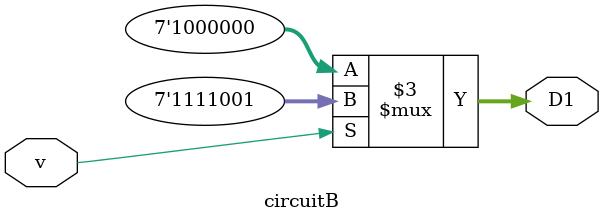
<source format=v>
module circuitB (v,D1);
input v;
output reg[6:0] D1;

always @(*)
begin
if (v) begin
D1 = 7'b1111001;
end else begin
D1 = 7'b1000000;
end
end

endmodule 
</source>
